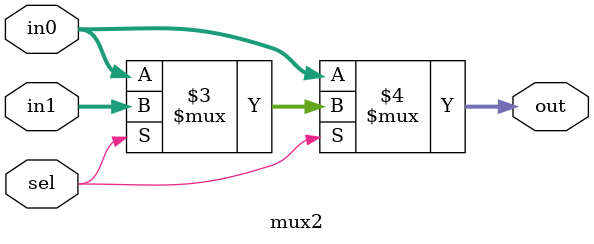
<source format=v>
module mux2 #(parameter WIDTH = 32)( // 默认宽度为32位
    input wire sel,              // 选择信号
    input wire [WIDTH-1:0] in0,  // 输入0
    input wire [WIDTH-1:0] in1,  // 输入1
    output wire [WIDTH-1:0] out  // 输出
);
    
    // 默认选择in0
    assign out = (sel == 1'b0) ? in0 :
                 (sel == 1'b1) ? in1 : in0;
    
endmodule
</source>
